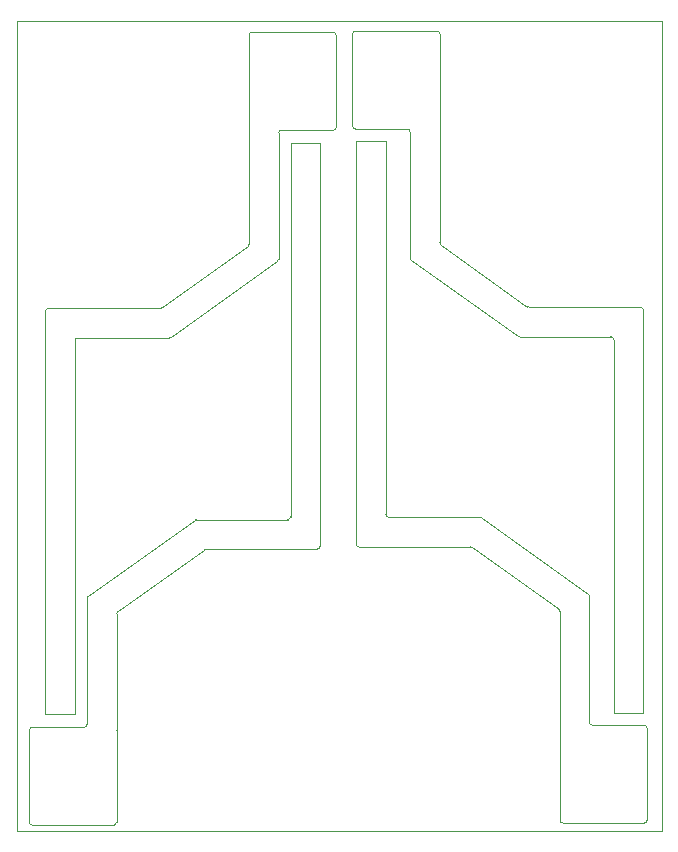
<source format=gbr>
G04 #@! TF.GenerationSoftware,KiCad,Pcbnew,(5.1.5)-3*
G04 #@! TF.CreationDate,2021-03-18T13:29:50-04:00*
G04 #@! TF.ProjectId,LED_Harness_3x2_RED+BLUE,4c45445f-4861-4726-9e65-73735f337832,rev?*
G04 #@! TF.SameCoordinates,Original*
G04 #@! TF.FileFunction,Profile,NP*
%FSLAX46Y46*%
G04 Gerber Fmt 4.6, Leading zero omitted, Abs format (unit mm)*
G04 Created by KiCad (PCBNEW (5.1.5)-3) date 2021-03-18 13:29:50*
%MOMM*%
%LPD*%
G04 APERTURE LIST*
%ADD10C,0.100000*%
G04 APERTURE END LIST*
D10*
X165100000Y-57150000D02*
X165100000Y-125730000D01*
X110490000Y-57150000D02*
X165100000Y-57150000D01*
X110490000Y-125730000D02*
X110490000Y-57150000D01*
X165100000Y-125730000D02*
X110490000Y-125730000D01*
X126507501Y-101847495D02*
X135927602Y-101847495D01*
X125563516Y-99393834D02*
X116542610Y-105815938D01*
X116437599Y-106019600D02*
G75*
G02X116542610Y-105815938I250001J0D01*
G01*
X111559000Y-117183922D02*
G75*
G02X111809000Y-116933922I250000J0D01*
G01*
X126362512Y-101893833D02*
G75*
G02X126507501Y-101847495I144989J-203662D01*
G01*
X111809000Y-116933922D02*
X115959000Y-116933922D01*
X116187600Y-116933922D02*
X115959000Y-116933922D01*
X133677602Y-99097495D02*
X133677602Y-67504729D01*
X111809000Y-125225535D02*
X118459000Y-125225535D01*
X118937599Y-107308632D02*
G75*
G02X119042610Y-107104970I250001J0D01*
G01*
X111809000Y-125225535D02*
G75*
G02X111559000Y-124975535I0J250000D01*
G01*
X111559000Y-124975535D02*
X111559000Y-117183922D01*
X116437600Y-116683922D02*
X116437600Y-106019600D01*
X136177602Y-67504729D02*
X133677602Y-67504729D01*
X133427602Y-99347495D02*
X125708506Y-99347495D01*
X118937600Y-124975535D02*
X118937600Y-117183922D01*
X118937600Y-124975535D02*
G75*
G02X118687600Y-125225535I-250000J0D01*
G01*
X118687600Y-125225535D02*
X118459000Y-125225535D01*
X133677602Y-99097495D02*
G75*
G02X133427602Y-99347495I-250000J0D01*
G01*
X125563517Y-99393833D02*
G75*
G02X125708506Y-99347495I144989J-203662D01*
G01*
X136177602Y-101597495D02*
X136177602Y-67504729D01*
X116437600Y-116683922D02*
G75*
G02X116187600Y-116933922I-250000J0D01*
G01*
X136177602Y-101597495D02*
G75*
G02X135927602Y-101847495I-250000J0D01*
G01*
X118937600Y-117179729D02*
X118937600Y-107308632D01*
X118937565Y-117179729D02*
G75*
G02X118937600Y-117183922I-249965J-4193D01*
G01*
X119042610Y-107104970D02*
X126362512Y-101893834D01*
X158974600Y-116506122D02*
X158974600Y-105841800D01*
X149049688Y-101716033D02*
G75*
G03X148904699Y-101669695I-144989J-203662D01*
G01*
X156474600Y-124797735D02*
G75*
G03X156724600Y-125047735I250000J0D01*
G01*
X139234598Y-67326929D02*
X141734598Y-67326929D01*
X158974601Y-105841800D02*
G75*
G03X158869590Y-105638138I-250001J0D01*
G01*
X163853200Y-117006122D02*
G75*
G03X163603200Y-116756122I-250000J0D01*
G01*
X156474600Y-117001929D02*
X156474600Y-107130832D01*
X163603200Y-116756122D02*
X159453200Y-116756122D01*
X163853200Y-124797735D02*
X163853200Y-117006122D01*
X149848683Y-99216033D02*
G75*
G03X149703694Y-99169695I-144989J-203662D01*
G01*
X156474601Y-107130832D02*
G75*
G03X156369590Y-106927170I-250001J0D01*
G01*
X139234598Y-101419695D02*
G75*
G03X139484598Y-101669695I250000J0D01*
G01*
X141734598Y-98919695D02*
G75*
G03X141984598Y-99169695I250000J0D01*
G01*
X148904699Y-101669695D02*
X139484598Y-101669695D01*
X149848684Y-99216034D02*
X158869590Y-105638138D01*
X141984598Y-99169695D02*
X149703694Y-99169695D01*
X156474635Y-117001929D02*
G75*
G03X156474600Y-117006122I249965J-4193D01*
G01*
X159224600Y-116756122D02*
X159453200Y-116756122D01*
X156724600Y-125047735D02*
X156953200Y-125047735D01*
X141734598Y-98919695D02*
X141734598Y-67326929D01*
X163603200Y-125047735D02*
G75*
G03X163853200Y-124797735I0J250000D01*
G01*
X156474600Y-124797735D02*
X156474600Y-117006122D01*
X163603200Y-125047735D02*
X156953200Y-125047735D01*
X139234598Y-101419695D02*
X139234598Y-67326929D01*
X158974600Y-116506122D02*
G75*
G03X159224600Y-116756122I250000J0D01*
G01*
X156369590Y-106927170D02*
X149049688Y-101716034D01*
X146398410Y-76105230D02*
X153718312Y-81316366D01*
X143793400Y-66526278D02*
G75*
G03X143543400Y-66276278I-250000J0D01*
G01*
X163533402Y-81612705D02*
X163533402Y-115705471D01*
X146293365Y-66030471D02*
G75*
G03X146293400Y-66026278I-249965J4193D01*
G01*
X146293400Y-66030471D02*
X146293400Y-75901568D01*
X138914800Y-66026278D02*
G75*
G03X139164800Y-66276278I250000J0D01*
G01*
X152919317Y-83816367D02*
G75*
G03X153064306Y-83862705I144989J203662D01*
G01*
X163533402Y-81612705D02*
G75*
G03X163283402Y-81362705I-250000J0D01*
G01*
X139164800Y-57984665D02*
X145814800Y-57984665D01*
X146293399Y-75901568D02*
G75*
G03X146398410Y-76105230I250001J0D01*
G01*
X160783402Y-83862705D02*
X153064306Y-83862705D01*
X161033402Y-84112705D02*
G75*
G03X160783402Y-83862705I-250000J0D01*
G01*
X146293400Y-58234665D02*
G75*
G03X146043400Y-57984665I-250000J0D01*
G01*
X146293400Y-58234665D02*
X146293400Y-66026278D01*
X161033402Y-84112705D02*
X161033402Y-115705471D01*
X163533402Y-115705471D02*
X161033402Y-115705471D01*
X138914800Y-58234665D02*
X138914800Y-66026278D01*
X153718312Y-81316367D02*
G75*
G03X153863301Y-81362705I144989J203662D01*
G01*
X143793400Y-66526278D02*
X143793400Y-77190600D01*
X139164800Y-57984665D02*
G75*
G03X138914800Y-58234665I0J-250000D01*
G01*
X139164800Y-66276278D02*
X143314800Y-66276278D01*
X153863301Y-81362705D02*
X163283402Y-81362705D01*
X146043400Y-57984665D02*
X145814800Y-57984665D01*
X143543400Y-66276278D02*
X143314800Y-66276278D01*
X152919316Y-83816366D02*
X143898410Y-77394262D01*
X143793399Y-77190600D02*
G75*
G03X143898410Y-77394262I250001J0D01*
G01*
X132910200Y-66377878D02*
X133138800Y-66377878D01*
X130410200Y-58086265D02*
X130638800Y-58086265D01*
X130055190Y-76206830D02*
X122735288Y-81417966D01*
X132660200Y-66627878D02*
G75*
G02X132910200Y-66377878I250000J0D01*
G01*
X112920198Y-81714305D02*
X112920198Y-115807071D01*
X130160235Y-66132071D02*
G75*
G02X130160200Y-66127878I249965J4193D01*
G01*
X130160200Y-66132071D02*
X130160200Y-76003168D01*
X137538800Y-66127878D02*
G75*
G02X137288800Y-66377878I-250000J0D01*
G01*
X123534283Y-83917967D02*
G75*
G02X123389294Y-83964305I-144989J203662D01*
G01*
X112920198Y-81714305D02*
G75*
G02X113170198Y-81464305I250000J0D01*
G01*
X137288800Y-58086265D02*
X130638800Y-58086265D01*
X130160201Y-76003168D02*
G75*
G02X130055190Y-76206830I-250001J0D01*
G01*
X115670198Y-83964305D02*
X123389294Y-83964305D01*
X115420198Y-84214305D02*
G75*
G02X115670198Y-83964305I250000J0D01*
G01*
X130160200Y-58336265D02*
G75*
G02X130410200Y-58086265I250000J0D01*
G01*
X130160200Y-58336265D02*
X130160200Y-66127878D01*
X115420198Y-84214305D02*
X115420198Y-115807071D01*
X112920198Y-115807071D02*
X115420198Y-115807071D01*
X137538800Y-58336265D02*
X137538800Y-66127878D01*
X122735288Y-81417967D02*
G75*
G02X122590299Y-81464305I-144989J203662D01*
G01*
X132660200Y-66627878D02*
X132660200Y-77292200D01*
X137288800Y-58086265D02*
G75*
G02X137538800Y-58336265I0J-250000D01*
G01*
X137288800Y-66377878D02*
X133138800Y-66377878D01*
X122590299Y-81464305D02*
X113170198Y-81464305D01*
X123534284Y-83917966D02*
X132555190Y-77495862D01*
X132660201Y-77292200D02*
G75*
G02X132555190Y-77495862I-250001J0D01*
G01*
M02*

</source>
